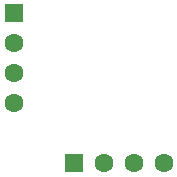
<source format=gbr>
%TF.GenerationSoftware,KiCad,Pcbnew,5.1.10*%
%TF.CreationDate,2021-06-12T19:58:10-07:00*%
%TF.ProjectId,Instrumentation-Amplifier,496e7374-7275-46d6-956e-746174696f6e,2.0*%
%TF.SameCoordinates,Original*%
%TF.FileFunction,Soldermask,Bot*%
%TF.FilePolarity,Negative*%
%FSLAX46Y46*%
G04 Gerber Fmt 4.6, Leading zero omitted, Abs format (unit mm)*
G04 Created by KiCad (PCBNEW 5.1.10) date 2021-06-12 19:58:10*
%MOMM*%
%LPD*%
G01*
G04 APERTURE LIST*
%ADD10R,1.605000X1.605000*%
%ADD11C,1.605000*%
G04 APERTURE END LIST*
D10*
%TO.C,J1*%
X106680000Y-119380000D03*
D11*
X106680000Y-121920000D03*
X106680000Y-124460000D03*
X106680000Y-127000000D03*
%TD*%
%TO.C,J2*%
X119380000Y-132080000D03*
X116840000Y-132080000D03*
X114300000Y-132080000D03*
D10*
X111760000Y-132080000D03*
%TD*%
M02*

</source>
